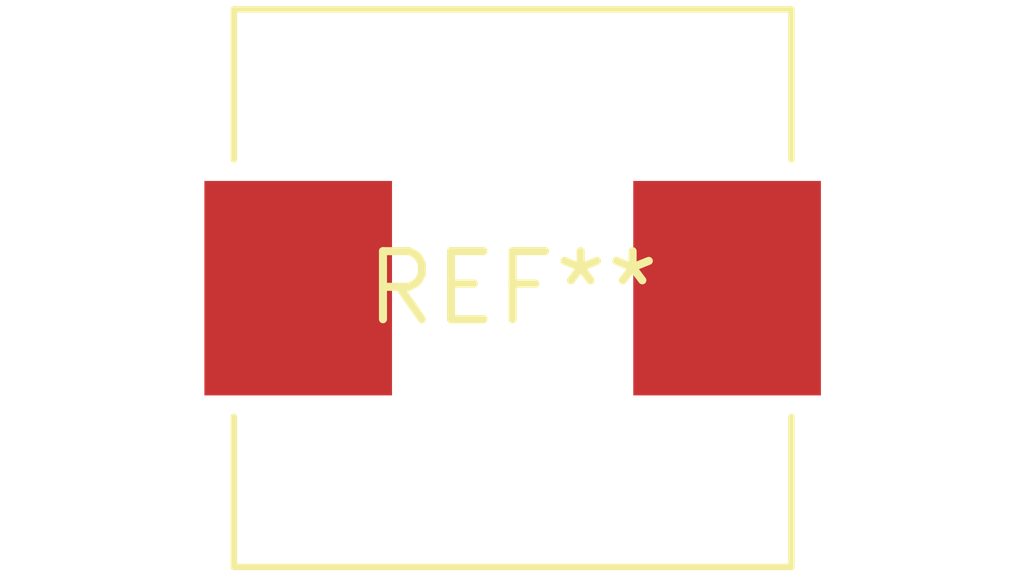
<source format=kicad_pcb>
(kicad_pcb (version 20240108) (generator pcbnew)
  (layers (0 "F.Cu" signal) (31 "B.Cu" signal) (34 "B.Paste" user) (35 "F.Paste" user) (36 "B.SilkS" user "B.Silkscreen") (37 "F.SilkS" user "F.Silkscreen") (38 "B.Mask" user) (39 "F.Mask" user) (44 "Edge.Cuts" user))
  (net 0 "")
  (footprint "L_Wuerth_HCI-1040" (layer "F.Cu") (at 0 0)
    (property "Reference" "REF**")
    (property "Value" "L_Wuerth_HCI-1040")
    (fp_line (start -5.2 -5.2) (end 5.2 -5.2) (layer "F.SilkS") (stroke (width 0.12)))
    (fp_line (start -5.2 -2.4) (end -5.2 -5.2) (layer "F.SilkS") (stroke (width 0.12)))
    (fp_line (start -5.2 2.4) (end -5.2 5.2) (layer "F.SilkS") (stroke (width 0.12)))
    (fp_line (start -5.2 5.2) (end 5.2 5.2) (layer "F.SilkS") (stroke (width 0.12)))
    (fp_line (start 5.2 -5.2) (end 5.2 -2.4) (layer "F.SilkS") (stroke (width 0.12)))
    (fp_line (start 5.2 5.2) (end 5.2 2.4) (layer "F.SilkS") (stroke (width 0.12)))
    (pad "1" smd rect (at -4 0) (size 3.5 4) (layers "F.Cu" "F.Paste" "F.Mask"))
    (pad "2" smd rect (at 4 0) (size 3.5 4) (layers "F.Cu" "F.Paste" "F.Mask"))
  )
)
</source>
